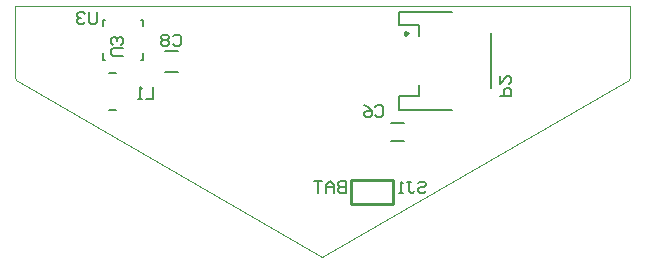
<source format=gbo>
G04*
G04 #@! TF.GenerationSoftware,Altium Limited,Altium Designer,22.4.2 (48)*
G04*
G04 Layer_Color=32896*
%FSLAX25Y25*%
%MOIN*%
G70*
G04*
G04 #@! TF.SameCoordinates,9DE54F71-11C6-4998-B53C-E160C00813D1*
G04*
G04*
G04 #@! TF.FilePolarity,Positive*
G04*
G01*
G75*
%ADD10C,0.00984*%
%ADD11C,0.00787*%
%ADD12C,0.01000*%
%ADD14C,0.00004*%
%ADD84C,0.00394*%
D10*
X185854Y93307D02*
X185116Y93733D01*
Y92881D01*
X185854Y93307D01*
D11*
X86220Y80299D02*
X88780D01*
X86220Y67701D02*
X88780D01*
X104835Y87543D02*
X109165D01*
X104835Y80457D02*
X109165D01*
X97126Y97886D02*
X97756D01*
X84370D02*
X85000D01*
X84370Y84500D02*
X85000D01*
X97126D02*
X97756D01*
Y86665D01*
Y95720D02*
Y97886D01*
X84370Y95720D02*
Y97886D01*
Y84500D02*
Y86665D01*
X213708Y93307D02*
X213709Y75197D01*
X183000Y100591D02*
X183000Y96063D01*
X189693Y96063D01*
X183000Y72441D02*
X189693Y72441D01*
X183000Y72441D02*
X183000Y67913D01*
X183000Y100591D02*
X200716Y100591D01*
X183000Y67913D02*
X200716Y67913D01*
X189693Y92323D02*
X189693Y96063D01*
X189693Y72441D02*
X189693Y76181D01*
X180335Y57547D02*
X184665D01*
X180335Y63453D02*
X184665D01*
X165213Y44223D02*
Y40287D01*
X163245D01*
X162589Y40943D01*
Y41599D01*
X163245Y42255D01*
X165213D01*
X163245D01*
X162589Y42911D01*
Y43567D01*
X163245Y44223D01*
X165213D01*
X161277Y40287D02*
Y42911D01*
X159965Y44223D01*
X158653Y42911D01*
Y40287D01*
Y42255D01*
X161277D01*
X157341Y44223D02*
X154717D01*
X156029D01*
Y40287D01*
X189468Y43312D02*
X190124Y43968D01*
X191436D01*
X192092Y43312D01*
Y42656D01*
X191436Y42000D01*
X190124D01*
X189468Y41344D01*
Y40688D01*
X190124Y40032D01*
X191436D01*
X192092Y40688D01*
X185532Y43968D02*
X186844D01*
X186188D01*
Y40688D01*
X186844Y40032D01*
X187500D01*
X188156Y40688D01*
X184220Y40032D02*
X182908D01*
X183564D01*
Y43968D01*
X184220Y43312D01*
X216532Y72464D02*
X220468D01*
Y74432D01*
X219812Y75088D01*
X218500D01*
X217844Y74432D01*
Y72464D01*
X216532Y79024D02*
Y76400D01*
X219156Y79024D01*
X219812D01*
X220468Y78368D01*
Y77056D01*
X219812Y76400D01*
X175156Y68812D02*
X175812Y69468D01*
X177124D01*
X177780Y68812D01*
Y66188D01*
X177124Y65532D01*
X175812D01*
X175156Y66188D01*
X171220Y69468D02*
X172532Y68812D01*
X173844Y67500D01*
Y66188D01*
X173188Y65532D01*
X171876D01*
X171220Y66188D01*
Y66844D01*
X171876Y67500D01*
X173844D01*
X107656Y92312D02*
X108312Y92968D01*
X109624D01*
X110280Y92312D01*
Y89688D01*
X109624Y89032D01*
X108312D01*
X107656Y89688D01*
X106344Y92312D02*
X105688Y92968D01*
X104376D01*
X103720Y92312D01*
Y91656D01*
X104376Y91000D01*
X103720Y90344D01*
Y89688D01*
X104376Y89032D01*
X105688D01*
X106344Y89688D01*
Y90344D01*
X105688Y91000D01*
X106344Y91656D01*
Y92312D01*
X105688Y91000D02*
X104376D01*
X82280Y100468D02*
Y97188D01*
X81624Y96532D01*
X80312D01*
X79656Y97188D01*
Y100468D01*
X78344Y99812D02*
X77688Y100468D01*
X76376D01*
X75720Y99812D01*
Y99156D01*
X76376Y98500D01*
X77032D01*
X76376D01*
X75720Y97844D01*
Y97188D01*
X76376Y96532D01*
X77688D01*
X78344Y97188D01*
X101124Y75468D02*
Y71532D01*
X98500D01*
X97188D02*
X95876D01*
X96532D01*
Y75468D01*
X97188Y74812D01*
X90999Y85693D02*
X87719D01*
X87063Y86349D01*
Y87661D01*
X87719Y88317D01*
X90999D01*
X90343Y89629D02*
X90999Y90285D01*
Y91597D01*
X90343Y92252D01*
X89687D01*
X89031Y91597D01*
Y90941D01*
Y91597D01*
X88375Y92252D01*
X87719D01*
X87063Y91597D01*
Y90285D01*
X87719Y89629D01*
D12*
X167000Y36500D02*
X181000D01*
Y44500D01*
X167000D02*
X181000D01*
X167000Y36500D02*
Y44500D01*
D14*
X55404Y77680D02*
X157480Y18898D01*
X259557Y77679D01*
X259842Y78740D01*
Y102362D01*
X55118Y102362D02*
X259842Y102362D01*
X55118Y78740D02*
Y102362D01*
Y78740D02*
X55404Y77680D01*
D84*
X97323Y82925D02*
D03*
M02*

</source>
